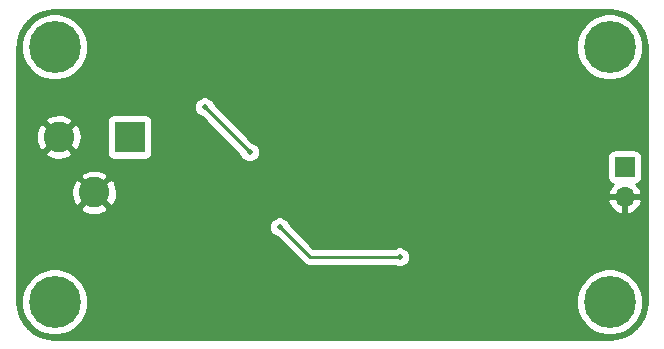
<source format=gbl>
%TF.GenerationSoftware,KiCad,Pcbnew,(5.1.12)-1*%
%TF.CreationDate,2021-11-13T04:14:35-08:00*%
%TF.ProjectId,techdemo,74656368-6465-46d6-9f2e-6b696361645f,rev?*%
%TF.SameCoordinates,Original*%
%TF.FileFunction,Copper,L2,Bot*%
%TF.FilePolarity,Positive*%
%FSLAX46Y46*%
G04 Gerber Fmt 4.6, Leading zero omitted, Abs format (unit mm)*
G04 Created by KiCad (PCBNEW (5.1.12)-1) date 2021-11-13 04:14:35*
%MOMM*%
%LPD*%
G01*
G04 APERTURE LIST*
%TA.AperFunction,ComponentPad*%
%ADD10C,4.400000*%
%TD*%
%TA.AperFunction,ComponentPad*%
%ADD11O,1.700000X1.700000*%
%TD*%
%TA.AperFunction,ComponentPad*%
%ADD12R,1.700000X1.700000*%
%TD*%
%TA.AperFunction,ComponentPad*%
%ADD13C,2.600000*%
%TD*%
%TA.AperFunction,ComponentPad*%
%ADD14R,2.600000X2.600000*%
%TD*%
%TA.AperFunction,ViaPad*%
%ADD15C,0.508000*%
%TD*%
%TA.AperFunction,Conductor*%
%ADD16C,0.254000*%
%TD*%
%TA.AperFunction,Conductor*%
%ADD17C,0.100000*%
%TD*%
G04 APERTURE END LIST*
D10*
%TO.P,REF\u002A\u002A,1*%
%TO.N,N/C*%
X144780000Y-82550000D03*
%TD*%
%TO.P,REF\u002A\u002A,1*%
%TO.N,N/C*%
X144780000Y-104140000D03*
%TD*%
%TO.P,REF\u002A\u002A,1*%
%TO.N,N/C*%
X191770000Y-104140000D03*
%TD*%
%TO.P,REF\u002A\u002A,1*%
%TO.N,N/C*%
X191770000Y-82550000D03*
%TD*%
D11*
%TO.P,J2,2*%
%TO.N,GND*%
X193040000Y-95250000D03*
D12*
%TO.P,J2,1*%
%TO.N,Net-(C6-Pad1)*%
X193040000Y-92710000D03*
%TD*%
D13*
%TO.P,J1,3*%
%TO.N,GND*%
X148130000Y-94870000D03*
%TO.P,J1,2*%
X145130000Y-90170000D03*
D14*
%TO.P,J1,1*%
%TO.N,Net-(C1-Pad1)*%
X151130000Y-90170000D03*
%TD*%
D15*
%TO.N,Net-(C2-Pad1)*%
X157480000Y-87630000D03*
X161290000Y-91440000D03*
%TO.N,Net-(R4-Pad2)*%
X173990000Y-100330000D03*
X163830000Y-97790000D03*
%TD*%
D16*
%TO.N,Net-(C2-Pad1)*%
X157480000Y-87630000D02*
X161290000Y-91440000D01*
%TO.N,Net-(R4-Pad2)*%
X163830000Y-97790000D02*
X166370000Y-100330000D01*
X166370000Y-100330000D02*
X173990000Y-100330000D01*
%TD*%
%TO.N,GND*%
X192381222Y-79463096D02*
X192969164Y-79640606D01*
X193511436Y-79928937D01*
X193987364Y-80317094D01*
X194378845Y-80790314D01*
X194670951Y-81330552D01*
X194852563Y-81917244D01*
X194920001Y-82558888D01*
X194920000Y-104107721D01*
X194856904Y-104751221D01*
X194679394Y-105339164D01*
X194391063Y-105881436D01*
X194002906Y-106357364D01*
X193529686Y-106748845D01*
X192989449Y-107040950D01*
X192402756Y-107222563D01*
X191761130Y-107290000D01*
X144812279Y-107290000D01*
X144168779Y-107226904D01*
X143580836Y-107049394D01*
X143038564Y-106761063D01*
X142562636Y-106372906D01*
X142171155Y-105899686D01*
X141879050Y-105359449D01*
X141697437Y-104772756D01*
X141630000Y-104131130D01*
X141630000Y-103860777D01*
X141945000Y-103860777D01*
X141945000Y-104419223D01*
X142053948Y-104966939D01*
X142267656Y-105482876D01*
X142577912Y-105947207D01*
X142972793Y-106342088D01*
X143437124Y-106652344D01*
X143953061Y-106866052D01*
X144500777Y-106975000D01*
X145059223Y-106975000D01*
X145606939Y-106866052D01*
X146122876Y-106652344D01*
X146587207Y-106342088D01*
X146982088Y-105947207D01*
X147292344Y-105482876D01*
X147506052Y-104966939D01*
X147615000Y-104419223D01*
X147615000Y-103860777D01*
X188935000Y-103860777D01*
X188935000Y-104419223D01*
X189043948Y-104966939D01*
X189257656Y-105482876D01*
X189567912Y-105947207D01*
X189962793Y-106342088D01*
X190427124Y-106652344D01*
X190943061Y-106866052D01*
X191490777Y-106975000D01*
X192049223Y-106975000D01*
X192596939Y-106866052D01*
X193112876Y-106652344D01*
X193577207Y-106342088D01*
X193972088Y-105947207D01*
X194282344Y-105482876D01*
X194496052Y-104966939D01*
X194605000Y-104419223D01*
X194605000Y-103860777D01*
X194496052Y-103313061D01*
X194282344Y-102797124D01*
X193972088Y-102332793D01*
X193577207Y-101937912D01*
X193112876Y-101627656D01*
X192596939Y-101413948D01*
X192049223Y-101305000D01*
X191490777Y-101305000D01*
X190943061Y-101413948D01*
X190427124Y-101627656D01*
X189962793Y-101937912D01*
X189567912Y-102332793D01*
X189257656Y-102797124D01*
X189043948Y-103313061D01*
X188935000Y-103860777D01*
X147615000Y-103860777D01*
X147506052Y-103313061D01*
X147292344Y-102797124D01*
X146982088Y-102332793D01*
X146587207Y-101937912D01*
X146122876Y-101627656D01*
X145606939Y-101413948D01*
X145059223Y-101305000D01*
X144500777Y-101305000D01*
X143953061Y-101413948D01*
X143437124Y-101627656D01*
X142972793Y-101937912D01*
X142577912Y-102332793D01*
X142267656Y-102797124D01*
X142053948Y-103313061D01*
X141945000Y-103860777D01*
X141630000Y-103860777D01*
X141630000Y-97702441D01*
X162941000Y-97702441D01*
X162941000Y-97877559D01*
X162975164Y-98049312D01*
X163042179Y-98211099D01*
X163139469Y-98356704D01*
X163263296Y-98480531D01*
X163408901Y-98577821D01*
X163570688Y-98644836D01*
X163616273Y-98653904D01*
X165804721Y-100842352D01*
X165828578Y-100871422D01*
X165944608Y-100966645D01*
X166076985Y-101037402D01*
X166220622Y-101080974D01*
X166332574Y-101092000D01*
X166332576Y-101092000D01*
X166369999Y-101095686D01*
X166407422Y-101092000D01*
X173530257Y-101092000D01*
X173568901Y-101117821D01*
X173730688Y-101184836D01*
X173902441Y-101219000D01*
X174077559Y-101219000D01*
X174249312Y-101184836D01*
X174411099Y-101117821D01*
X174556704Y-101020531D01*
X174680531Y-100896704D01*
X174777821Y-100751099D01*
X174844836Y-100589312D01*
X174879000Y-100417559D01*
X174879000Y-100242441D01*
X174844836Y-100070688D01*
X174777821Y-99908901D01*
X174680531Y-99763296D01*
X174556704Y-99639469D01*
X174411099Y-99542179D01*
X174249312Y-99475164D01*
X174077559Y-99441000D01*
X173902441Y-99441000D01*
X173730688Y-99475164D01*
X173568901Y-99542179D01*
X173530257Y-99568000D01*
X166685631Y-99568000D01*
X164693904Y-97576273D01*
X164684836Y-97530688D01*
X164617821Y-97368901D01*
X164520531Y-97223296D01*
X164396704Y-97099469D01*
X164251099Y-97002179D01*
X164089312Y-96935164D01*
X163917559Y-96901000D01*
X163742441Y-96901000D01*
X163570688Y-96935164D01*
X163408901Y-97002179D01*
X163263296Y-97099469D01*
X163139469Y-97223296D01*
X163042179Y-97368901D01*
X162975164Y-97530688D01*
X162941000Y-97702441D01*
X141630000Y-97702441D01*
X141630000Y-96219224D01*
X146960381Y-96219224D01*
X147092317Y-96514312D01*
X147433045Y-96685159D01*
X147800557Y-96786250D01*
X148180729Y-96813701D01*
X148558951Y-96766457D01*
X148920690Y-96646333D01*
X149167683Y-96514312D01*
X149299619Y-96219224D01*
X148130000Y-95049605D01*
X146960381Y-96219224D01*
X141630000Y-96219224D01*
X141630000Y-94920729D01*
X146186299Y-94920729D01*
X146233543Y-95298951D01*
X146353667Y-95660690D01*
X146485688Y-95907683D01*
X146780776Y-96039619D01*
X147950395Y-94870000D01*
X148309605Y-94870000D01*
X149479224Y-96039619D01*
X149774312Y-95907683D01*
X149925134Y-95606890D01*
X191598524Y-95606890D01*
X191643175Y-95754099D01*
X191768359Y-96016920D01*
X191942412Y-96250269D01*
X192158645Y-96445178D01*
X192408748Y-96594157D01*
X192683109Y-96691481D01*
X192913000Y-96570814D01*
X192913000Y-95377000D01*
X193167000Y-95377000D01*
X193167000Y-96570814D01*
X193396891Y-96691481D01*
X193671252Y-96594157D01*
X193921355Y-96445178D01*
X194137588Y-96250269D01*
X194311641Y-96016920D01*
X194436825Y-95754099D01*
X194481476Y-95606890D01*
X194360155Y-95377000D01*
X193167000Y-95377000D01*
X192913000Y-95377000D01*
X191719845Y-95377000D01*
X191598524Y-95606890D01*
X149925134Y-95606890D01*
X149945159Y-95566955D01*
X150046250Y-95199443D01*
X150073701Y-94819271D01*
X150026457Y-94441049D01*
X149906333Y-94079310D01*
X149774312Y-93832317D01*
X149479224Y-93700381D01*
X148309605Y-94870000D01*
X147950395Y-94870000D01*
X146780776Y-93700381D01*
X146485688Y-93832317D01*
X146314841Y-94173045D01*
X146213750Y-94540557D01*
X146186299Y-94920729D01*
X141630000Y-94920729D01*
X141630000Y-93520776D01*
X146960381Y-93520776D01*
X148130000Y-94690395D01*
X149299619Y-93520776D01*
X149167683Y-93225688D01*
X148826955Y-93054841D01*
X148459443Y-92953750D01*
X148079271Y-92926299D01*
X147701049Y-92973543D01*
X147339310Y-93093667D01*
X147092317Y-93225688D01*
X146960381Y-93520776D01*
X141630000Y-93520776D01*
X141630000Y-91519224D01*
X143960381Y-91519224D01*
X144092317Y-91814312D01*
X144433045Y-91985159D01*
X144800557Y-92086250D01*
X145180729Y-92113701D01*
X145558951Y-92066457D01*
X145920690Y-91946333D01*
X146167683Y-91814312D01*
X146299619Y-91519224D01*
X145130000Y-90349605D01*
X143960381Y-91519224D01*
X141630000Y-91519224D01*
X141630000Y-90220729D01*
X143186299Y-90220729D01*
X143233543Y-90598951D01*
X143353667Y-90960690D01*
X143485688Y-91207683D01*
X143780776Y-91339619D01*
X144950395Y-90170000D01*
X145309605Y-90170000D01*
X146479224Y-91339619D01*
X146774312Y-91207683D01*
X146945159Y-90866955D01*
X147046250Y-90499443D01*
X147073701Y-90119271D01*
X147026457Y-89741049D01*
X146906333Y-89379310D01*
X146774312Y-89132317D01*
X146479224Y-89000381D01*
X145309605Y-90170000D01*
X144950395Y-90170000D01*
X143780776Y-89000381D01*
X143485688Y-89132317D01*
X143314841Y-89473045D01*
X143213750Y-89840557D01*
X143186299Y-90220729D01*
X141630000Y-90220729D01*
X141630000Y-88820776D01*
X143960381Y-88820776D01*
X145130000Y-89990395D01*
X146250395Y-88870000D01*
X149191928Y-88870000D01*
X149191928Y-91470000D01*
X149204188Y-91594482D01*
X149240498Y-91714180D01*
X149299463Y-91824494D01*
X149378815Y-91921185D01*
X149475506Y-92000537D01*
X149585820Y-92059502D01*
X149705518Y-92095812D01*
X149830000Y-92108072D01*
X152430000Y-92108072D01*
X152554482Y-92095812D01*
X152674180Y-92059502D01*
X152784494Y-92000537D01*
X152881185Y-91921185D01*
X152960537Y-91824494D01*
X153019502Y-91714180D01*
X153055812Y-91594482D01*
X153068072Y-91470000D01*
X153068072Y-88870000D01*
X153055812Y-88745518D01*
X153019502Y-88625820D01*
X152960537Y-88515506D01*
X152881185Y-88418815D01*
X152784494Y-88339463D01*
X152674180Y-88280498D01*
X152554482Y-88244188D01*
X152430000Y-88231928D01*
X149830000Y-88231928D01*
X149705518Y-88244188D01*
X149585820Y-88280498D01*
X149475506Y-88339463D01*
X149378815Y-88418815D01*
X149299463Y-88515506D01*
X149240498Y-88625820D01*
X149204188Y-88745518D01*
X149191928Y-88870000D01*
X146250395Y-88870000D01*
X146299619Y-88820776D01*
X146167683Y-88525688D01*
X145826955Y-88354841D01*
X145459443Y-88253750D01*
X145079271Y-88226299D01*
X144701049Y-88273543D01*
X144339310Y-88393667D01*
X144092317Y-88525688D01*
X143960381Y-88820776D01*
X141630000Y-88820776D01*
X141630000Y-87542441D01*
X156591000Y-87542441D01*
X156591000Y-87717559D01*
X156625164Y-87889312D01*
X156692179Y-88051099D01*
X156789469Y-88196704D01*
X156913296Y-88320531D01*
X157058901Y-88417821D01*
X157220688Y-88484836D01*
X157266274Y-88493904D01*
X160426096Y-91653726D01*
X160435164Y-91699312D01*
X160502179Y-91861099D01*
X160599469Y-92006704D01*
X160723296Y-92130531D01*
X160868901Y-92227821D01*
X161030688Y-92294836D01*
X161202441Y-92329000D01*
X161377559Y-92329000D01*
X161549312Y-92294836D01*
X161711099Y-92227821D01*
X161856704Y-92130531D01*
X161980531Y-92006704D01*
X162077821Y-91861099D01*
X162078276Y-91860000D01*
X191551928Y-91860000D01*
X191551928Y-93560000D01*
X191564188Y-93684482D01*
X191600498Y-93804180D01*
X191659463Y-93914494D01*
X191738815Y-94011185D01*
X191835506Y-94090537D01*
X191945820Y-94149502D01*
X192026466Y-94173966D01*
X191942412Y-94249731D01*
X191768359Y-94483080D01*
X191643175Y-94745901D01*
X191598524Y-94893110D01*
X191719845Y-95123000D01*
X192913000Y-95123000D01*
X192913000Y-95103000D01*
X193167000Y-95103000D01*
X193167000Y-95123000D01*
X194360155Y-95123000D01*
X194481476Y-94893110D01*
X194436825Y-94745901D01*
X194311641Y-94483080D01*
X194137588Y-94249731D01*
X194053534Y-94173966D01*
X194134180Y-94149502D01*
X194244494Y-94090537D01*
X194341185Y-94011185D01*
X194420537Y-93914494D01*
X194479502Y-93804180D01*
X194515812Y-93684482D01*
X194528072Y-93560000D01*
X194528072Y-91860000D01*
X194515812Y-91735518D01*
X194479502Y-91615820D01*
X194420537Y-91505506D01*
X194341185Y-91408815D01*
X194244494Y-91329463D01*
X194134180Y-91270498D01*
X194014482Y-91234188D01*
X193890000Y-91221928D01*
X192190000Y-91221928D01*
X192065518Y-91234188D01*
X191945820Y-91270498D01*
X191835506Y-91329463D01*
X191738815Y-91408815D01*
X191659463Y-91505506D01*
X191600498Y-91615820D01*
X191564188Y-91735518D01*
X191551928Y-91860000D01*
X162078276Y-91860000D01*
X162144836Y-91699312D01*
X162179000Y-91527559D01*
X162179000Y-91352441D01*
X162144836Y-91180688D01*
X162077821Y-91018901D01*
X161980531Y-90873296D01*
X161856704Y-90749469D01*
X161711099Y-90652179D01*
X161549312Y-90585164D01*
X161503726Y-90576096D01*
X158343904Y-87416274D01*
X158334836Y-87370688D01*
X158267821Y-87208901D01*
X158170531Y-87063296D01*
X158046704Y-86939469D01*
X157901099Y-86842179D01*
X157739312Y-86775164D01*
X157567559Y-86741000D01*
X157392441Y-86741000D01*
X157220688Y-86775164D01*
X157058901Y-86842179D01*
X156913296Y-86939469D01*
X156789469Y-87063296D01*
X156692179Y-87208901D01*
X156625164Y-87370688D01*
X156591000Y-87542441D01*
X141630000Y-87542441D01*
X141630000Y-82582279D01*
X141660543Y-82270777D01*
X141945000Y-82270777D01*
X141945000Y-82829223D01*
X142053948Y-83376939D01*
X142267656Y-83892876D01*
X142577912Y-84357207D01*
X142972793Y-84752088D01*
X143437124Y-85062344D01*
X143953061Y-85276052D01*
X144500777Y-85385000D01*
X145059223Y-85385000D01*
X145606939Y-85276052D01*
X146122876Y-85062344D01*
X146587207Y-84752088D01*
X146982088Y-84357207D01*
X147292344Y-83892876D01*
X147506052Y-83376939D01*
X147615000Y-82829223D01*
X147615000Y-82270777D01*
X188935000Y-82270777D01*
X188935000Y-82829223D01*
X189043948Y-83376939D01*
X189257656Y-83892876D01*
X189567912Y-84357207D01*
X189962793Y-84752088D01*
X190427124Y-85062344D01*
X190943061Y-85276052D01*
X191490777Y-85385000D01*
X192049223Y-85385000D01*
X192596939Y-85276052D01*
X193112876Y-85062344D01*
X193577207Y-84752088D01*
X193972088Y-84357207D01*
X194282344Y-83892876D01*
X194496052Y-83376939D01*
X194605000Y-82829223D01*
X194605000Y-82270777D01*
X194496052Y-81723061D01*
X194282344Y-81207124D01*
X193972088Y-80742793D01*
X193577207Y-80347912D01*
X193112876Y-80037656D01*
X192596939Y-79823948D01*
X192049223Y-79715000D01*
X191490777Y-79715000D01*
X190943061Y-79823948D01*
X190427124Y-80037656D01*
X189962793Y-80347912D01*
X189567912Y-80742793D01*
X189257656Y-81207124D01*
X189043948Y-81723061D01*
X188935000Y-82270777D01*
X147615000Y-82270777D01*
X147506052Y-81723061D01*
X147292344Y-81207124D01*
X146982088Y-80742793D01*
X146587207Y-80347912D01*
X146122876Y-80037656D01*
X145606939Y-79823948D01*
X145059223Y-79715000D01*
X144500777Y-79715000D01*
X143953061Y-79823948D01*
X143437124Y-80037656D01*
X142972793Y-80347912D01*
X142577912Y-80742793D01*
X142267656Y-81207124D01*
X142053948Y-81723061D01*
X141945000Y-82270777D01*
X141660543Y-82270777D01*
X141693096Y-81938778D01*
X141870606Y-81350836D01*
X142158937Y-80808564D01*
X142547094Y-80332636D01*
X143020314Y-79941155D01*
X143560552Y-79649049D01*
X144147244Y-79467437D01*
X144788879Y-79400000D01*
X191737721Y-79400000D01*
X192381222Y-79463096D01*
%TA.AperFunction,Conductor*%
D17*
G36*
X192381222Y-79463096D02*
G01*
X192969164Y-79640606D01*
X193511436Y-79928937D01*
X193987364Y-80317094D01*
X194378845Y-80790314D01*
X194670951Y-81330552D01*
X194852563Y-81917244D01*
X194920001Y-82558888D01*
X194920000Y-104107721D01*
X194856904Y-104751221D01*
X194679394Y-105339164D01*
X194391063Y-105881436D01*
X194002906Y-106357364D01*
X193529686Y-106748845D01*
X192989449Y-107040950D01*
X192402756Y-107222563D01*
X191761130Y-107290000D01*
X144812279Y-107290000D01*
X144168779Y-107226904D01*
X143580836Y-107049394D01*
X143038564Y-106761063D01*
X142562636Y-106372906D01*
X142171155Y-105899686D01*
X141879050Y-105359449D01*
X141697437Y-104772756D01*
X141630000Y-104131130D01*
X141630000Y-103860777D01*
X141945000Y-103860777D01*
X141945000Y-104419223D01*
X142053948Y-104966939D01*
X142267656Y-105482876D01*
X142577912Y-105947207D01*
X142972793Y-106342088D01*
X143437124Y-106652344D01*
X143953061Y-106866052D01*
X144500777Y-106975000D01*
X145059223Y-106975000D01*
X145606939Y-106866052D01*
X146122876Y-106652344D01*
X146587207Y-106342088D01*
X146982088Y-105947207D01*
X147292344Y-105482876D01*
X147506052Y-104966939D01*
X147615000Y-104419223D01*
X147615000Y-103860777D01*
X188935000Y-103860777D01*
X188935000Y-104419223D01*
X189043948Y-104966939D01*
X189257656Y-105482876D01*
X189567912Y-105947207D01*
X189962793Y-106342088D01*
X190427124Y-106652344D01*
X190943061Y-106866052D01*
X191490777Y-106975000D01*
X192049223Y-106975000D01*
X192596939Y-106866052D01*
X193112876Y-106652344D01*
X193577207Y-106342088D01*
X193972088Y-105947207D01*
X194282344Y-105482876D01*
X194496052Y-104966939D01*
X194605000Y-104419223D01*
X194605000Y-103860777D01*
X194496052Y-103313061D01*
X194282344Y-102797124D01*
X193972088Y-102332793D01*
X193577207Y-101937912D01*
X193112876Y-101627656D01*
X192596939Y-101413948D01*
X192049223Y-101305000D01*
X191490777Y-101305000D01*
X190943061Y-101413948D01*
X190427124Y-101627656D01*
X189962793Y-101937912D01*
X189567912Y-102332793D01*
X189257656Y-102797124D01*
X189043948Y-103313061D01*
X188935000Y-103860777D01*
X147615000Y-103860777D01*
X147506052Y-103313061D01*
X147292344Y-102797124D01*
X146982088Y-102332793D01*
X146587207Y-101937912D01*
X146122876Y-101627656D01*
X145606939Y-101413948D01*
X145059223Y-101305000D01*
X144500777Y-101305000D01*
X143953061Y-101413948D01*
X143437124Y-101627656D01*
X142972793Y-101937912D01*
X142577912Y-102332793D01*
X142267656Y-102797124D01*
X142053948Y-103313061D01*
X141945000Y-103860777D01*
X141630000Y-103860777D01*
X141630000Y-97702441D01*
X162941000Y-97702441D01*
X162941000Y-97877559D01*
X162975164Y-98049312D01*
X163042179Y-98211099D01*
X163139469Y-98356704D01*
X163263296Y-98480531D01*
X163408901Y-98577821D01*
X163570688Y-98644836D01*
X163616273Y-98653904D01*
X165804721Y-100842352D01*
X165828578Y-100871422D01*
X165944608Y-100966645D01*
X166076985Y-101037402D01*
X166220622Y-101080974D01*
X166332574Y-101092000D01*
X166332576Y-101092000D01*
X166369999Y-101095686D01*
X166407422Y-101092000D01*
X173530257Y-101092000D01*
X173568901Y-101117821D01*
X173730688Y-101184836D01*
X173902441Y-101219000D01*
X174077559Y-101219000D01*
X174249312Y-101184836D01*
X174411099Y-101117821D01*
X174556704Y-101020531D01*
X174680531Y-100896704D01*
X174777821Y-100751099D01*
X174844836Y-100589312D01*
X174879000Y-100417559D01*
X174879000Y-100242441D01*
X174844836Y-100070688D01*
X174777821Y-99908901D01*
X174680531Y-99763296D01*
X174556704Y-99639469D01*
X174411099Y-99542179D01*
X174249312Y-99475164D01*
X174077559Y-99441000D01*
X173902441Y-99441000D01*
X173730688Y-99475164D01*
X173568901Y-99542179D01*
X173530257Y-99568000D01*
X166685631Y-99568000D01*
X164693904Y-97576273D01*
X164684836Y-97530688D01*
X164617821Y-97368901D01*
X164520531Y-97223296D01*
X164396704Y-97099469D01*
X164251099Y-97002179D01*
X164089312Y-96935164D01*
X163917559Y-96901000D01*
X163742441Y-96901000D01*
X163570688Y-96935164D01*
X163408901Y-97002179D01*
X163263296Y-97099469D01*
X163139469Y-97223296D01*
X163042179Y-97368901D01*
X162975164Y-97530688D01*
X162941000Y-97702441D01*
X141630000Y-97702441D01*
X141630000Y-96219224D01*
X146960381Y-96219224D01*
X147092317Y-96514312D01*
X147433045Y-96685159D01*
X147800557Y-96786250D01*
X148180729Y-96813701D01*
X148558951Y-96766457D01*
X148920690Y-96646333D01*
X149167683Y-96514312D01*
X149299619Y-96219224D01*
X148130000Y-95049605D01*
X146960381Y-96219224D01*
X141630000Y-96219224D01*
X141630000Y-94920729D01*
X146186299Y-94920729D01*
X146233543Y-95298951D01*
X146353667Y-95660690D01*
X146485688Y-95907683D01*
X146780776Y-96039619D01*
X147950395Y-94870000D01*
X148309605Y-94870000D01*
X149479224Y-96039619D01*
X149774312Y-95907683D01*
X149925134Y-95606890D01*
X191598524Y-95606890D01*
X191643175Y-95754099D01*
X191768359Y-96016920D01*
X191942412Y-96250269D01*
X192158645Y-96445178D01*
X192408748Y-96594157D01*
X192683109Y-96691481D01*
X192913000Y-96570814D01*
X192913000Y-95377000D01*
X193167000Y-95377000D01*
X193167000Y-96570814D01*
X193396891Y-96691481D01*
X193671252Y-96594157D01*
X193921355Y-96445178D01*
X194137588Y-96250269D01*
X194311641Y-96016920D01*
X194436825Y-95754099D01*
X194481476Y-95606890D01*
X194360155Y-95377000D01*
X193167000Y-95377000D01*
X192913000Y-95377000D01*
X191719845Y-95377000D01*
X191598524Y-95606890D01*
X149925134Y-95606890D01*
X149945159Y-95566955D01*
X150046250Y-95199443D01*
X150073701Y-94819271D01*
X150026457Y-94441049D01*
X149906333Y-94079310D01*
X149774312Y-93832317D01*
X149479224Y-93700381D01*
X148309605Y-94870000D01*
X147950395Y-94870000D01*
X146780776Y-93700381D01*
X146485688Y-93832317D01*
X146314841Y-94173045D01*
X146213750Y-94540557D01*
X146186299Y-94920729D01*
X141630000Y-94920729D01*
X141630000Y-93520776D01*
X146960381Y-93520776D01*
X148130000Y-94690395D01*
X149299619Y-93520776D01*
X149167683Y-93225688D01*
X148826955Y-93054841D01*
X148459443Y-92953750D01*
X148079271Y-92926299D01*
X147701049Y-92973543D01*
X147339310Y-93093667D01*
X147092317Y-93225688D01*
X146960381Y-93520776D01*
X141630000Y-93520776D01*
X141630000Y-91519224D01*
X143960381Y-91519224D01*
X144092317Y-91814312D01*
X144433045Y-91985159D01*
X144800557Y-92086250D01*
X145180729Y-92113701D01*
X145558951Y-92066457D01*
X145920690Y-91946333D01*
X146167683Y-91814312D01*
X146299619Y-91519224D01*
X145130000Y-90349605D01*
X143960381Y-91519224D01*
X141630000Y-91519224D01*
X141630000Y-90220729D01*
X143186299Y-90220729D01*
X143233543Y-90598951D01*
X143353667Y-90960690D01*
X143485688Y-91207683D01*
X143780776Y-91339619D01*
X144950395Y-90170000D01*
X145309605Y-90170000D01*
X146479224Y-91339619D01*
X146774312Y-91207683D01*
X146945159Y-90866955D01*
X147046250Y-90499443D01*
X147073701Y-90119271D01*
X147026457Y-89741049D01*
X146906333Y-89379310D01*
X146774312Y-89132317D01*
X146479224Y-89000381D01*
X145309605Y-90170000D01*
X144950395Y-90170000D01*
X143780776Y-89000381D01*
X143485688Y-89132317D01*
X143314841Y-89473045D01*
X143213750Y-89840557D01*
X143186299Y-90220729D01*
X141630000Y-90220729D01*
X141630000Y-88820776D01*
X143960381Y-88820776D01*
X145130000Y-89990395D01*
X146250395Y-88870000D01*
X149191928Y-88870000D01*
X149191928Y-91470000D01*
X149204188Y-91594482D01*
X149240498Y-91714180D01*
X149299463Y-91824494D01*
X149378815Y-91921185D01*
X149475506Y-92000537D01*
X149585820Y-92059502D01*
X149705518Y-92095812D01*
X149830000Y-92108072D01*
X152430000Y-92108072D01*
X152554482Y-92095812D01*
X152674180Y-92059502D01*
X152784494Y-92000537D01*
X152881185Y-91921185D01*
X152960537Y-91824494D01*
X153019502Y-91714180D01*
X153055812Y-91594482D01*
X153068072Y-91470000D01*
X153068072Y-88870000D01*
X153055812Y-88745518D01*
X153019502Y-88625820D01*
X152960537Y-88515506D01*
X152881185Y-88418815D01*
X152784494Y-88339463D01*
X152674180Y-88280498D01*
X152554482Y-88244188D01*
X152430000Y-88231928D01*
X149830000Y-88231928D01*
X149705518Y-88244188D01*
X149585820Y-88280498D01*
X149475506Y-88339463D01*
X149378815Y-88418815D01*
X149299463Y-88515506D01*
X149240498Y-88625820D01*
X149204188Y-88745518D01*
X149191928Y-88870000D01*
X146250395Y-88870000D01*
X146299619Y-88820776D01*
X146167683Y-88525688D01*
X145826955Y-88354841D01*
X145459443Y-88253750D01*
X145079271Y-88226299D01*
X144701049Y-88273543D01*
X144339310Y-88393667D01*
X144092317Y-88525688D01*
X143960381Y-88820776D01*
X141630000Y-88820776D01*
X141630000Y-87542441D01*
X156591000Y-87542441D01*
X156591000Y-87717559D01*
X156625164Y-87889312D01*
X156692179Y-88051099D01*
X156789469Y-88196704D01*
X156913296Y-88320531D01*
X157058901Y-88417821D01*
X157220688Y-88484836D01*
X157266274Y-88493904D01*
X160426096Y-91653726D01*
X160435164Y-91699312D01*
X160502179Y-91861099D01*
X160599469Y-92006704D01*
X160723296Y-92130531D01*
X160868901Y-92227821D01*
X161030688Y-92294836D01*
X161202441Y-92329000D01*
X161377559Y-92329000D01*
X161549312Y-92294836D01*
X161711099Y-92227821D01*
X161856704Y-92130531D01*
X161980531Y-92006704D01*
X162077821Y-91861099D01*
X162078276Y-91860000D01*
X191551928Y-91860000D01*
X191551928Y-93560000D01*
X191564188Y-93684482D01*
X191600498Y-93804180D01*
X191659463Y-93914494D01*
X191738815Y-94011185D01*
X191835506Y-94090537D01*
X191945820Y-94149502D01*
X192026466Y-94173966D01*
X191942412Y-94249731D01*
X191768359Y-94483080D01*
X191643175Y-94745901D01*
X191598524Y-94893110D01*
X191719845Y-95123000D01*
X192913000Y-95123000D01*
X192913000Y-95103000D01*
X193167000Y-95103000D01*
X193167000Y-95123000D01*
X194360155Y-95123000D01*
X194481476Y-94893110D01*
X194436825Y-94745901D01*
X194311641Y-94483080D01*
X194137588Y-94249731D01*
X194053534Y-94173966D01*
X194134180Y-94149502D01*
X194244494Y-94090537D01*
X194341185Y-94011185D01*
X194420537Y-93914494D01*
X194479502Y-93804180D01*
X194515812Y-93684482D01*
X194528072Y-93560000D01*
X194528072Y-91860000D01*
X194515812Y-91735518D01*
X194479502Y-91615820D01*
X194420537Y-91505506D01*
X194341185Y-91408815D01*
X194244494Y-91329463D01*
X194134180Y-91270498D01*
X194014482Y-91234188D01*
X193890000Y-91221928D01*
X192190000Y-91221928D01*
X192065518Y-91234188D01*
X191945820Y-91270498D01*
X191835506Y-91329463D01*
X191738815Y-91408815D01*
X191659463Y-91505506D01*
X191600498Y-91615820D01*
X191564188Y-91735518D01*
X191551928Y-91860000D01*
X162078276Y-91860000D01*
X162144836Y-91699312D01*
X162179000Y-91527559D01*
X162179000Y-91352441D01*
X162144836Y-91180688D01*
X162077821Y-91018901D01*
X161980531Y-90873296D01*
X161856704Y-90749469D01*
X161711099Y-90652179D01*
X161549312Y-90585164D01*
X161503726Y-90576096D01*
X158343904Y-87416274D01*
X158334836Y-87370688D01*
X158267821Y-87208901D01*
X158170531Y-87063296D01*
X158046704Y-86939469D01*
X157901099Y-86842179D01*
X157739312Y-86775164D01*
X157567559Y-86741000D01*
X157392441Y-86741000D01*
X157220688Y-86775164D01*
X157058901Y-86842179D01*
X156913296Y-86939469D01*
X156789469Y-87063296D01*
X156692179Y-87208901D01*
X156625164Y-87370688D01*
X156591000Y-87542441D01*
X141630000Y-87542441D01*
X141630000Y-82582279D01*
X141660543Y-82270777D01*
X141945000Y-82270777D01*
X141945000Y-82829223D01*
X142053948Y-83376939D01*
X142267656Y-83892876D01*
X142577912Y-84357207D01*
X142972793Y-84752088D01*
X143437124Y-85062344D01*
X143953061Y-85276052D01*
X144500777Y-85385000D01*
X145059223Y-85385000D01*
X145606939Y-85276052D01*
X146122876Y-85062344D01*
X146587207Y-84752088D01*
X146982088Y-84357207D01*
X147292344Y-83892876D01*
X147506052Y-83376939D01*
X147615000Y-82829223D01*
X147615000Y-82270777D01*
X188935000Y-82270777D01*
X188935000Y-82829223D01*
X189043948Y-83376939D01*
X189257656Y-83892876D01*
X189567912Y-84357207D01*
X189962793Y-84752088D01*
X190427124Y-85062344D01*
X190943061Y-85276052D01*
X191490777Y-85385000D01*
X192049223Y-85385000D01*
X192596939Y-85276052D01*
X193112876Y-85062344D01*
X193577207Y-84752088D01*
X193972088Y-84357207D01*
X194282344Y-83892876D01*
X194496052Y-83376939D01*
X194605000Y-82829223D01*
X194605000Y-82270777D01*
X194496052Y-81723061D01*
X194282344Y-81207124D01*
X193972088Y-80742793D01*
X193577207Y-80347912D01*
X193112876Y-80037656D01*
X192596939Y-79823948D01*
X192049223Y-79715000D01*
X191490777Y-79715000D01*
X190943061Y-79823948D01*
X190427124Y-80037656D01*
X189962793Y-80347912D01*
X189567912Y-80742793D01*
X189257656Y-81207124D01*
X189043948Y-81723061D01*
X188935000Y-82270777D01*
X147615000Y-82270777D01*
X147506052Y-81723061D01*
X147292344Y-81207124D01*
X146982088Y-80742793D01*
X146587207Y-80347912D01*
X146122876Y-80037656D01*
X145606939Y-79823948D01*
X145059223Y-79715000D01*
X144500777Y-79715000D01*
X143953061Y-79823948D01*
X143437124Y-80037656D01*
X142972793Y-80347912D01*
X142577912Y-80742793D01*
X142267656Y-81207124D01*
X142053948Y-81723061D01*
X141945000Y-82270777D01*
X141660543Y-82270777D01*
X141693096Y-81938778D01*
X141870606Y-81350836D01*
X142158937Y-80808564D01*
X142547094Y-80332636D01*
X143020314Y-79941155D01*
X143560552Y-79649049D01*
X144147244Y-79467437D01*
X144788879Y-79400000D01*
X191737721Y-79400000D01*
X192381222Y-79463096D01*
G37*
%TD.AperFunction*%
%TD*%
M02*

</source>
